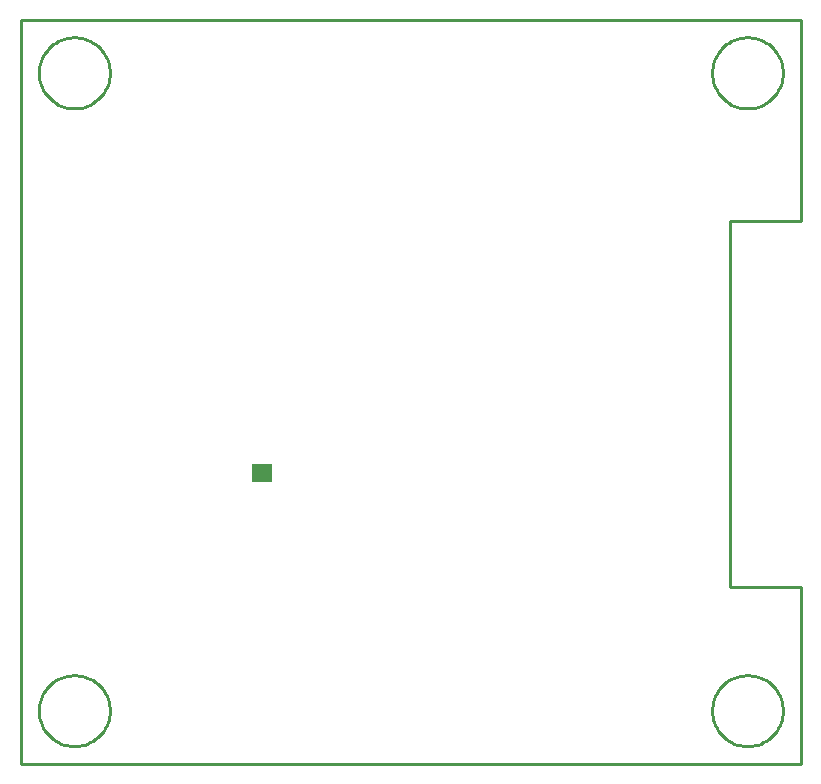
<source format=gko>
G04*
G04 #@! TF.GenerationSoftware,Altium Limited,Altium Designer,19.0.14 (431)*
G04*
G04 Layer_Color=16711935*
%FSLAX25Y25*%
%MOIN*%
G70*
G01*
G75*
%ADD10C,0.01000*%
G36*
X83555Y93819D02*
X76862D01*
Y99882D01*
X83555D01*
Y93819D01*
D02*
G37*
D10*
X29528Y230315D02*
X29485Y231317D01*
X29358Y232311D01*
X29146Y233291D01*
X28853Y234250D01*
X28479Y235180D01*
X28028Y236075D01*
X27502Y236929D01*
X26906Y237735D01*
X26244Y238488D01*
X25520Y239181D01*
X24740Y239811D01*
X23909Y240372D01*
X23034Y240861D01*
X22120Y241274D01*
X21175Y241608D01*
X20205Y241861D01*
X19217Y242030D01*
X18218Y242115D01*
X17215D01*
X16216Y242030D01*
X15228Y241861D01*
X14258Y241608D01*
X13313Y241274D01*
X12399Y240861D01*
X11524Y240372D01*
X10693Y239811D01*
X9913Y239181D01*
X9189Y238488D01*
X8527Y237735D01*
X7931Y236929D01*
X7405Y236075D01*
X6954Y235180D01*
X6580Y234250D01*
X6287Y233291D01*
X6075Y232311D01*
X5948Y231317D01*
X5906Y230315D01*
X5948Y229313D01*
X6075Y228319D01*
X6287Y227339D01*
X6580Y226380D01*
X6954Y225450D01*
X7405Y224555D01*
X7931Y223701D01*
X8527Y222895D01*
X9189Y222142D01*
X9913Y221449D01*
X10693Y220819D01*
X11524Y220257D01*
X12399Y219769D01*
X13313Y219356D01*
X14258Y219022D01*
X15228Y218769D01*
X16216Y218600D01*
X17215Y218515D01*
X18218D01*
X19217Y218600D01*
X20205Y218769D01*
X21175Y219022D01*
X22120Y219356D01*
X23034Y219769D01*
X23909Y220257D01*
X24740Y220819D01*
X25520Y221449D01*
X26244Y222143D01*
X26906Y222895D01*
X27502Y223701D01*
X28028Y224555D01*
X28479Y225450D01*
X28853Y226380D01*
X29147Y227339D01*
X29358Y228319D01*
X29485Y229313D01*
X29528Y230315D01*
X253937D02*
X253894Y231317D01*
X253767Y232311D01*
X253556Y233291D01*
X253262Y234250D01*
X252888Y235180D01*
X252437Y236075D01*
X251911Y236929D01*
X251315Y237735D01*
X250653Y238488D01*
X249929Y239181D01*
X249149Y239811D01*
X248319Y240372D01*
X247443Y240861D01*
X246530Y241274D01*
X245585Y241608D01*
X244614Y241861D01*
X243626Y242030D01*
X242627Y242115D01*
X241625D01*
X240626Y242030D01*
X239638Y241861D01*
X238667Y241608D01*
X237722Y241274D01*
X236809Y240861D01*
X235933Y240372D01*
X235103Y239811D01*
X234323Y239181D01*
X233599Y238488D01*
X232937Y237735D01*
X232340Y236929D01*
X231815Y236075D01*
X231363Y235180D01*
X230990Y234250D01*
X230696Y233291D01*
X230485Y232311D01*
X230358Y231317D01*
X230315Y230315D01*
X230358Y229313D01*
X230485Y228319D01*
X230696Y227339D01*
X230990Y226380D01*
X231364Y225450D01*
X231815Y224555D01*
X232341Y223701D01*
X232937Y222895D01*
X233599Y222142D01*
X234323Y221449D01*
X235103Y220819D01*
X235933Y220257D01*
X236809Y219769D01*
X237722Y219356D01*
X238667Y219022D01*
X239638Y218769D01*
X240626Y218600D01*
X241625Y218515D01*
X242627D01*
X243626Y218600D01*
X244614Y218769D01*
X245585Y219022D01*
X246530Y219356D01*
X247443Y219769D01*
X248319Y220257D01*
X249149Y220819D01*
X249929Y221449D01*
X250653Y222143D01*
X251315Y222895D01*
X251911Y223701D01*
X252437Y224555D01*
X252888Y225450D01*
X253262Y226380D01*
X253556Y227339D01*
X253767Y228319D01*
X253894Y229313D01*
X253937Y230315D01*
X29528Y17717D02*
X29485Y18718D01*
X29358Y19713D01*
X29146Y20693D01*
X28853Y21651D01*
X28479Y22581D01*
X28028Y23477D01*
X27502Y24330D01*
X26906Y25137D01*
X26244Y25889D01*
X25520Y26583D01*
X24740Y27213D01*
X23909Y27774D01*
X23034Y28263D01*
X22120Y28676D01*
X21175Y29010D01*
X20205Y29263D01*
X19217Y29432D01*
X18218Y29517D01*
X17215D01*
X16216Y29432D01*
X15228Y29263D01*
X14258Y29010D01*
X13313Y28676D01*
X12399Y28263D01*
X11524Y27774D01*
X10693Y27213D01*
X9913Y26583D01*
X9189Y25889D01*
X8527Y25136D01*
X7931Y24330D01*
X7405Y23477D01*
X6954Y22581D01*
X6580Y21651D01*
X6287Y20693D01*
X6075Y19713D01*
X5948Y18718D01*
X5906Y17717D01*
X5948Y16715D01*
X6075Y15720D01*
X6287Y14740D01*
X6580Y13782D01*
X6954Y12852D01*
X7405Y11956D01*
X7931Y11103D01*
X8527Y10297D01*
X9189Y9544D01*
X9913Y8850D01*
X10693Y8220D01*
X11524Y7659D01*
X12399Y7170D01*
X13313Y6757D01*
X14258Y6423D01*
X15228Y6171D01*
X16216Y6001D01*
X17215Y5916D01*
X18218D01*
X19217Y6001D01*
X20205Y6171D01*
X21175Y6423D01*
X22120Y6757D01*
X23034Y7170D01*
X23909Y7659D01*
X24740Y8220D01*
X25520Y8850D01*
X26244Y9544D01*
X26906Y10297D01*
X27502Y11103D01*
X28028Y11956D01*
X28479Y12852D01*
X28853Y13782D01*
X29147Y14740D01*
X29358Y15721D01*
X29485Y16715D01*
X29528Y17717D01*
X253937D02*
X253894Y18718D01*
X253767Y19713D01*
X253556Y20693D01*
X253262Y21651D01*
X252888Y22581D01*
X252437Y23477D01*
X251911Y24330D01*
X251315Y25137D01*
X250653Y25889D01*
X249929Y26583D01*
X249149Y27213D01*
X248319Y27774D01*
X247443Y28263D01*
X246530Y28676D01*
X245585Y29010D01*
X244614Y29263D01*
X243626Y29432D01*
X242627Y29517D01*
X241625D01*
X240626Y29432D01*
X239638Y29263D01*
X238667Y29010D01*
X237722Y28676D01*
X236809Y28263D01*
X235933Y27774D01*
X235103Y27213D01*
X234323Y26583D01*
X233599Y25889D01*
X232937Y25136D01*
X232340Y24330D01*
X231815Y23477D01*
X231363Y22581D01*
X230990Y21651D01*
X230696Y20693D01*
X230485Y19713D01*
X230358Y18718D01*
X230315Y17717D01*
X230358Y16715D01*
X230485Y15720D01*
X230696Y14740D01*
X230990Y13782D01*
X231364Y12852D01*
X231815Y11956D01*
X232341Y11103D01*
X232937Y10297D01*
X233599Y9544D01*
X234323Y8850D01*
X235103Y8220D01*
X235933Y7659D01*
X236809Y7170D01*
X237722Y6757D01*
X238667Y6423D01*
X239638Y6171D01*
X240626Y6001D01*
X241625Y5916D01*
X242627D01*
X243626Y6001D01*
X244614Y6171D01*
X245585Y6423D01*
X246530Y6757D01*
X247443Y7170D01*
X248319Y7659D01*
X249149Y8220D01*
X249929Y8850D01*
X250653Y9544D01*
X251315Y10297D01*
X251911Y11103D01*
X252437Y11956D01*
X252888Y12852D01*
X253262Y13782D01*
X253556Y14740D01*
X253767Y15721D01*
X253894Y16715D01*
X253937Y17717D01*
X0Y0D02*
Y248031D01*
X259842Y0D02*
Y59055D01*
X236221D02*
X259842D01*
X236221D02*
Y181102D01*
X259842D01*
Y248031D01*
X0D02*
X259842D01*
X0Y0D02*
X259842D01*
M02*

</source>
